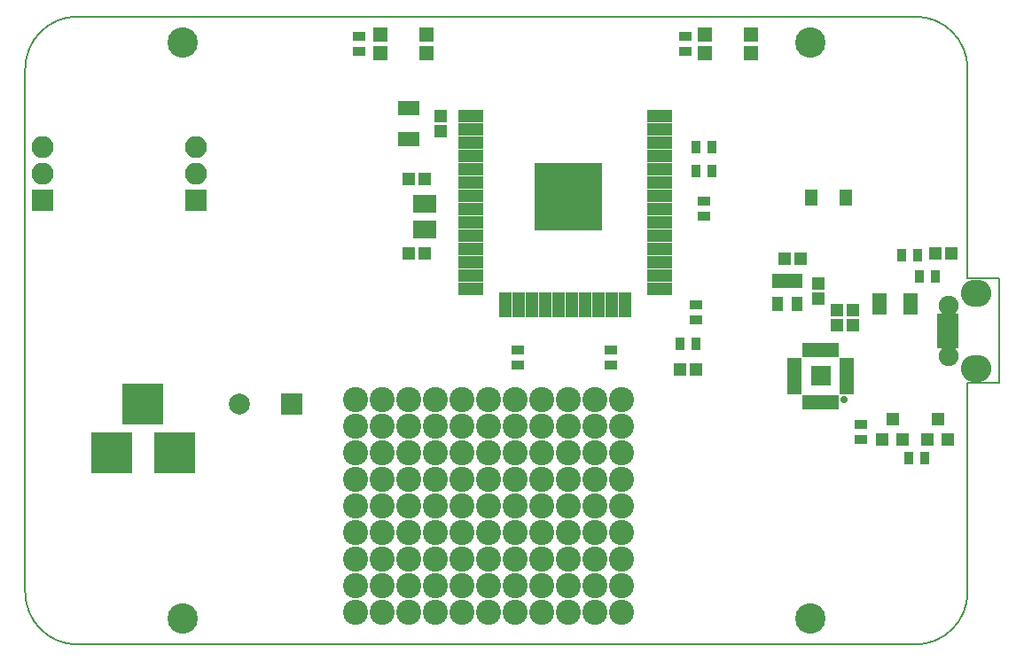
<source format=gbr>
G04 #@! TF.FileFunction,Soldermask,Top*
%FSLAX46Y46*%
G04 Gerber Fmt 4.6, Leading zero omitted, Abs format (unit mm)*
G04 Created by KiCad (PCBNEW (2015-01-16 BZR 5376)-product) date 23-May-17 3:49:53 PM*
%MOMM*%
G01*
G04 APERTURE LIST*
%ADD10C,0.100000*%
%ADD11C,0.150000*%
%ADD12R,2.000000X1.400000*%
%ADD13R,1.150000X1.200000*%
%ADD14R,1.200000X1.150000*%
%ADD15R,2.000000X0.800000*%
%ADD16C,1.900000*%
%ADD17O,2.900000X2.600000*%
%ADD18R,2.400000X1.300000*%
%ADD19R,1.300000X2.400000*%
%ADD20R,6.400000X6.400000*%
%ADD21R,1.300000X0.900000*%
%ADD22R,0.900000X1.300000*%
%ADD23R,1.400760X1.400760*%
%ADD24R,1.050000X1.460000*%
%ADD25C,2.900000*%
%ADD26R,2.300000X1.800000*%
%ADD27R,1.197560X1.197560*%
%ADD28R,1.200100X1.200100*%
%ADD29R,1.400000X2.000000*%
%ADD30R,1.400760X0.631140*%
%ADD31R,0.631140X1.400760*%
%ADD32R,1.901140X1.901140*%
%ADD33C,0.699720*%
%ADD34R,2.000000X2.000000*%
%ADD35C,2.000000*%
%ADD36R,3.900000X3.900000*%
%ADD37R,1.310000X1.620000*%
%ADD38C,2.400000*%
%ADD39R,2.100000X2.100000*%
%ADD40O,2.100000X2.100000*%
G04 APERTURE END LIST*
D10*
D11*
X65000000Y-112500000D02*
X65000000Y-82500000D01*
X155000000Y-77500000D02*
X155000000Y-87500000D01*
X65000000Y-122500000D02*
X65000000Y-112500000D01*
X65000000Y-72500000D02*
X65000000Y-82500000D01*
X158000000Y-102500000D02*
X155000000Y-102500000D01*
X158000000Y-92500000D02*
X158000000Y-102500000D01*
X155000000Y-92500000D02*
X158000000Y-92500000D01*
X150000000Y-67500000D02*
X70000000Y-67500000D01*
X155000000Y-77500000D02*
X155000000Y-72500000D01*
X155000000Y-122500000D02*
X155000000Y-102500000D01*
X70000000Y-127500000D02*
X150000000Y-127500000D01*
X155000000Y-72500000D02*
G75*
G03X150000000Y-67500000I-5000000J0D01*
G01*
X150000000Y-127500000D02*
G75*
G03X155000000Y-122500000I0J5000000D01*
G01*
X65000000Y-122500000D02*
G75*
G03X70000000Y-127500000I5000000J0D01*
G01*
X70000000Y-67500000D02*
G75*
G03X65000000Y-72500000I0J-5000000D01*
G01*
X155000000Y-92500000D02*
X155000000Y-87500000D01*
D12*
X101600000Y-79224000D03*
X101600000Y-76224000D03*
D13*
X104648000Y-78474000D03*
X104648000Y-76974000D03*
D14*
X139053000Y-90678000D03*
X137553000Y-90678000D03*
X103112000Y-83058000D03*
X101612000Y-83058000D03*
X103112000Y-90170000D03*
X101612000Y-90170000D03*
D13*
X140716000Y-94476000D03*
X140716000Y-92976000D03*
X144018000Y-97016000D03*
X144018000Y-95516000D03*
D15*
X153062000Y-98836000D03*
X153062000Y-98186000D03*
X153062000Y-97536000D03*
X153062000Y-96886000D03*
X153062000Y-96236000D03*
D16*
X153162000Y-99961000D03*
D17*
X155812000Y-101161000D03*
D16*
X153162000Y-95111000D03*
D17*
X155812000Y-93911000D03*
D18*
X107586000Y-77046000D03*
X107586000Y-78316000D03*
X107586000Y-79586000D03*
X107586000Y-80856000D03*
X107586000Y-82126000D03*
X107586000Y-83396000D03*
X107586000Y-84666000D03*
X107586000Y-85936000D03*
X107586000Y-87206000D03*
X107586000Y-88476000D03*
X107586000Y-89746000D03*
X107586000Y-91016000D03*
X107586000Y-92286000D03*
X107586000Y-93556000D03*
X125586000Y-77046000D03*
X125586000Y-93556000D03*
X125586000Y-92286000D03*
X125586000Y-91016000D03*
X125586000Y-89746000D03*
X125586000Y-88476000D03*
X125586000Y-87206000D03*
X125586000Y-85936000D03*
X125586000Y-84666000D03*
X125586000Y-83396000D03*
X125586000Y-82126000D03*
X125586000Y-80856000D03*
X125586000Y-79586000D03*
X125586000Y-78316000D03*
D19*
X110871000Y-95046000D03*
X112156000Y-95046000D03*
X113411000Y-95046000D03*
X114681000Y-95046000D03*
X115951000Y-95046000D03*
X117221000Y-95046000D03*
X118491000Y-95046000D03*
X119761000Y-95046000D03*
X121031000Y-95046000D03*
X122301000Y-95046000D03*
D20*
X116886000Y-84746000D03*
D21*
X96901000Y-70854000D03*
X96901000Y-69354000D03*
D22*
X127520000Y-98806000D03*
X129020000Y-98806000D03*
D21*
X129032000Y-95008000D03*
X129032000Y-96508000D03*
D22*
X150229000Y-90297000D03*
X148729000Y-90297000D03*
X151880000Y-92329000D03*
X150380000Y-92329000D03*
D21*
X128016000Y-70854000D03*
X128016000Y-69354000D03*
X144780000Y-107938000D03*
X144780000Y-106438000D03*
D22*
X150864000Y-109728000D03*
X149364000Y-109728000D03*
D23*
X98892000Y-69204000D03*
X103292000Y-71004000D03*
X98892000Y-71004000D03*
X103292000Y-69204000D03*
X129880000Y-69204000D03*
X134280000Y-71004000D03*
X129880000Y-71004000D03*
X134280000Y-69204000D03*
D24*
X138745000Y-92753000D03*
X137795000Y-92753000D03*
X136845000Y-92753000D03*
X136845000Y-94953000D03*
X138745000Y-94953000D03*
D25*
X140000000Y-125000000D03*
X140000000Y-70000000D03*
X80000000Y-125000000D03*
X80000000Y-70000000D03*
D26*
X103124000Y-85414000D03*
X103124000Y-87814000D03*
D27*
X129019300Y-101219000D03*
X127520700Y-101219000D03*
X153403300Y-90170000D03*
X151904700Y-90170000D03*
D28*
X146878000Y-107934760D03*
X148778000Y-107934760D03*
X147828000Y-105935780D03*
X151196000Y-107934760D03*
X153096000Y-107934760D03*
X152146000Y-105935780D03*
D13*
X142494000Y-95516000D03*
X142494000Y-97016000D03*
D29*
X146582000Y-94996000D03*
X149582000Y-94996000D03*
D21*
X120904000Y-99326000D03*
X120904000Y-100826000D03*
X112014000Y-99326000D03*
X112014000Y-100826000D03*
D22*
X129044000Y-80010000D03*
X130544000Y-80010000D03*
X129044000Y-82296000D03*
X130544000Y-82296000D03*
D30*
X143469360Y-100352860D03*
X143469360Y-100853240D03*
X143469360Y-101353620D03*
X143469360Y-101854000D03*
X143469360Y-102354380D03*
X143469360Y-102854760D03*
X143469360Y-103355140D03*
D31*
X142471140Y-104353360D03*
X141970760Y-104353360D03*
X141470380Y-104353360D03*
X140970000Y-104353360D03*
X140469620Y-104353360D03*
X139969240Y-104353360D03*
X139468860Y-104353360D03*
D30*
X138470640Y-103355140D03*
X138470640Y-102854760D03*
X138470640Y-102354380D03*
X138470640Y-101854000D03*
X138470640Y-101353620D03*
X138470640Y-100853240D03*
X138470640Y-100352860D03*
D31*
X139468860Y-99354640D03*
X139969240Y-99354640D03*
X140469620Y-99354640D03*
X140970000Y-99354640D03*
X141470380Y-99354640D03*
X141970760Y-99354640D03*
X142471140Y-99354640D03*
D32*
X140970000Y-101854000D03*
D33*
X143220440Y-104104440D03*
D34*
X90424000Y-104521000D03*
D35*
X85424000Y-104521000D03*
D21*
X129794000Y-85102000D03*
X129794000Y-86602000D03*
D36*
X79248000Y-109220000D03*
X73248000Y-109220000D03*
X76248000Y-104520000D03*
D37*
X140097000Y-84836000D03*
X143367000Y-84836000D03*
D38*
X96520000Y-104140000D03*
X99060000Y-104140000D03*
X101600000Y-104140000D03*
X104140000Y-104140000D03*
X106680000Y-104140000D03*
X109220000Y-104140000D03*
X111760000Y-104140000D03*
X114300000Y-104140000D03*
X116840000Y-104140000D03*
X119380000Y-104140000D03*
X121920000Y-104140000D03*
X96520000Y-106680000D03*
X99060000Y-106680000D03*
X101600000Y-106680000D03*
X104140000Y-106680000D03*
X106680000Y-106680000D03*
X109220000Y-106680000D03*
X111760000Y-106680000D03*
X114300000Y-106680000D03*
X116840000Y-106680000D03*
X119380000Y-106680000D03*
X121920000Y-106680000D03*
X96520000Y-109220000D03*
X99060000Y-109220000D03*
X101600000Y-109220000D03*
X104140000Y-109220000D03*
X106680000Y-109220000D03*
X109220000Y-109220000D03*
X111760000Y-109220000D03*
X114300000Y-109220000D03*
X116840000Y-109220000D03*
X119380000Y-109220000D03*
X121920000Y-109220000D03*
X96520000Y-111760000D03*
X99060000Y-111760000D03*
X101600000Y-111760000D03*
X104140000Y-111760000D03*
X106680000Y-111760000D03*
X109220000Y-111760000D03*
X111760000Y-111760000D03*
X114300000Y-111760000D03*
X116840000Y-111760000D03*
X119380000Y-111760000D03*
X121920000Y-111760000D03*
X96520000Y-114300000D03*
X99060000Y-114300000D03*
X101600000Y-114300000D03*
X104140000Y-114300000D03*
X106680000Y-114300000D03*
X109220000Y-114300000D03*
X111760000Y-114300000D03*
X114300000Y-114300000D03*
X116840000Y-114300000D03*
X119380000Y-114300000D03*
X121920000Y-114300000D03*
X96520000Y-116840000D03*
X99060000Y-116840000D03*
X101600000Y-116840000D03*
X104140000Y-116840000D03*
X106680000Y-116840000D03*
X109220000Y-116840000D03*
X111760000Y-116840000D03*
X114300000Y-116840000D03*
X116840000Y-116840000D03*
X119380000Y-116840000D03*
X121920000Y-116840000D03*
X96520000Y-119380000D03*
X99060000Y-119380000D03*
X101600000Y-119380000D03*
X104140000Y-119380000D03*
X106680000Y-119380000D03*
X109220000Y-119380000D03*
X111760000Y-119380000D03*
X114300000Y-119380000D03*
X116840000Y-119380000D03*
X119380000Y-119380000D03*
X121920000Y-119380000D03*
X96520000Y-121920000D03*
X99060000Y-121920000D03*
X101600000Y-121920000D03*
X104140000Y-121920000D03*
X106680000Y-121920000D03*
X109220000Y-121920000D03*
X111760000Y-121920000D03*
X114300000Y-121920000D03*
X116840000Y-121920000D03*
X119380000Y-121920000D03*
X121920000Y-121920000D03*
X96520000Y-124460000D03*
X99060000Y-124460000D03*
X101600000Y-124460000D03*
X104140000Y-124460000D03*
X106680000Y-124460000D03*
X109220000Y-124460000D03*
X111760000Y-124460000D03*
X114300000Y-124460000D03*
X116840000Y-124460000D03*
X119380000Y-124460000D03*
X121920000Y-124460000D03*
D39*
X81280000Y-85090000D03*
D40*
X81280000Y-82550000D03*
X81280000Y-80010000D03*
D39*
X66675000Y-85090000D03*
D40*
X66675000Y-82550000D03*
X66675000Y-80010000D03*
M02*

</source>
